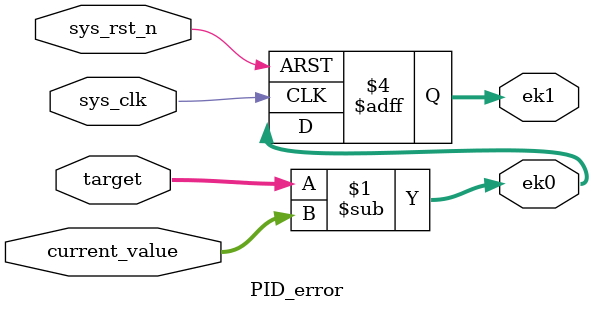
<source format=v>
`timescale 1ns / 1ps


module PID_error #(
           parameter VAL_LENGTH = 32
       )(
           input wire sys_clk,
           input wire sys_rst_n,

           input wire signed [VAL_LENGTH - 1: 0] target,
           input wire signed [VAL_LENGTH - 1: 0] current_value,
           output wire signed [VAL_LENGTH - 1: 0] ek0,
           output reg signed [VAL_LENGTH - 1: 0] ek1
       );

assign ek0 = target - current_value; //calculate error

always @(posedge sys_clk or negedge sys_rst_n) begin
    if (!sys_rst_n) begin
        ek1 <= {VAL_LENGTH{1'd0}};
    end
    else begin
        ek1 <= ek0;
    end
end
endmodule

</source>
